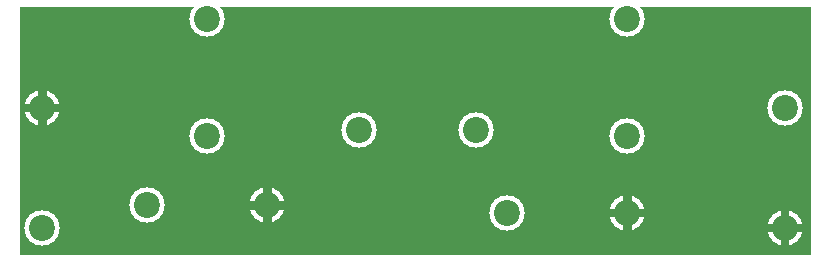
<source format=gbr>
%FSLAX34Y34*%
%MOMM*%
%LNCOPPER_TOP*%
G71*
G01*
%ADD10C,3.000*%
%ADD11C,3.000*%
%ADD12C,0.733*%
%ADD13C,2.200*%
%ADD14C,2.200*%
%LPD*%
G36*
X0Y1000000D02*
X670000Y1000000D01*
X670000Y790000D01*
X0Y790000D01*
X0Y1000000D01*
G37*
%LPC*%
X19050Y914400D02*
G54D10*
D03*
X19050Y812800D02*
G54D10*
D03*
X158750Y890350D02*
G54D11*
D03*
X158750Y989250D02*
G54D11*
D03*
X209550Y831850D02*
G54D10*
D03*
X107950Y831850D02*
G54D10*
D03*
X287100Y895350D02*
G54D11*
D03*
X386000Y895350D02*
G54D11*
D03*
X514350Y825500D02*
G54D10*
D03*
X412750Y825500D02*
G54D10*
D03*
X514350Y890350D02*
G54D11*
D03*
X514350Y989250D02*
G54D11*
D03*
X647700Y914400D02*
G54D10*
D03*
X647700Y812800D02*
G54D10*
D03*
X19050Y914400D02*
G54D11*
D03*
X209550Y831850D02*
G54D11*
D03*
X514350Y825500D02*
G54D11*
D03*
X647700Y812800D02*
G54D11*
D03*
%LPD*%
G54D12*
G36*
X15383Y914400D02*
X15383Y929900D01*
X22717Y929900D01*
X22717Y914400D01*
X15383Y914400D01*
G37*
G36*
X19050Y918067D02*
X34550Y918067D01*
X34550Y910733D01*
X19050Y910733D01*
X19050Y918067D01*
G37*
G36*
X22717Y914400D02*
X22717Y898900D01*
X15383Y898900D01*
X15383Y914400D01*
X22717Y914400D01*
G37*
G36*
X19050Y910733D02*
X3550Y910733D01*
X3550Y918067D01*
X19050Y918067D01*
X19050Y910733D01*
G37*
G54D12*
G36*
X205883Y831850D02*
X205883Y847350D01*
X213217Y847350D01*
X213217Y831850D01*
X205883Y831850D01*
G37*
G36*
X209550Y835517D02*
X225050Y835517D01*
X225050Y828183D01*
X209550Y828183D01*
X209550Y835517D01*
G37*
G36*
X213217Y831850D02*
X213217Y816350D01*
X205883Y816350D01*
X205883Y831850D01*
X213217Y831850D01*
G37*
G36*
X209550Y828183D02*
X194050Y828183D01*
X194050Y835517D01*
X209550Y835517D01*
X209550Y828183D01*
G37*
G54D12*
G36*
X510683Y825500D02*
X510683Y841000D01*
X518017Y841000D01*
X518017Y825500D01*
X510683Y825500D01*
G37*
G36*
X514350Y829167D02*
X529850Y829167D01*
X529850Y821833D01*
X514350Y821833D01*
X514350Y829167D01*
G37*
G36*
X518017Y825500D02*
X518017Y810000D01*
X510683Y810000D01*
X510683Y825500D01*
X518017Y825500D01*
G37*
G36*
X514350Y821833D02*
X498850Y821833D01*
X498850Y829167D01*
X514350Y829167D01*
X514350Y821833D01*
G37*
G54D12*
G36*
X644033Y812800D02*
X644033Y828300D01*
X651367Y828300D01*
X651367Y812800D01*
X644033Y812800D01*
G37*
G36*
X647700Y816467D02*
X663200Y816467D01*
X663200Y809133D01*
X647700Y809133D01*
X647700Y816467D01*
G37*
G36*
X651367Y812800D02*
X651367Y797300D01*
X644033Y797300D01*
X644033Y812800D01*
X651367Y812800D01*
G37*
G36*
X647700Y809133D02*
X632200Y809133D01*
X632200Y816467D01*
X647700Y816467D01*
X647700Y809133D01*
G37*
X19050Y914400D02*
G54D13*
D03*
X19050Y812800D02*
G54D13*
D03*
X158750Y890350D02*
G54D14*
D03*
X158750Y989250D02*
G54D14*
D03*
X209550Y831850D02*
G54D13*
D03*
X107950Y831850D02*
G54D13*
D03*
X287100Y895350D02*
G54D14*
D03*
X386000Y895350D02*
G54D14*
D03*
X514350Y825500D02*
G54D13*
D03*
X412750Y825500D02*
G54D13*
D03*
X514350Y890350D02*
G54D14*
D03*
X514350Y989250D02*
G54D14*
D03*
X647700Y914400D02*
G54D13*
D03*
X647700Y812800D02*
G54D13*
D03*
X19050Y914400D02*
G54D14*
D03*
X209550Y831850D02*
G54D14*
D03*
X514350Y825500D02*
G54D14*
D03*
X647700Y812800D02*
G54D14*
D03*
M02*

</source>
